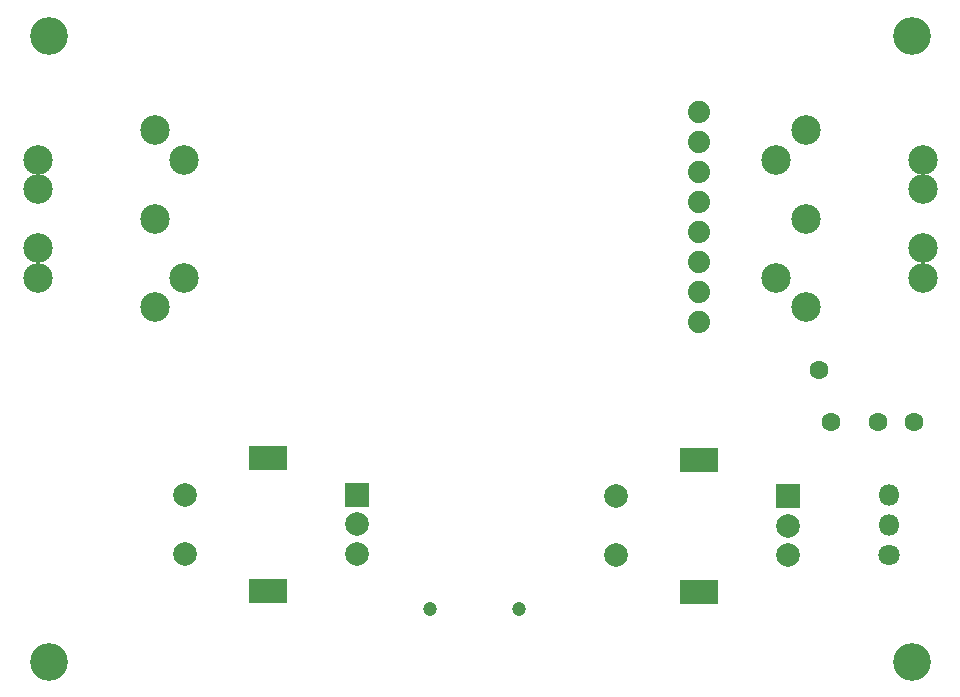
<source format=gbr>
%TF.GenerationSoftware,KiCad,Pcbnew,8.0.4*%
%TF.CreationDate,2024-11-03T15:16:32+00:00*%
%TF.ProjectId,MKRZero_V5.0,4d4b525a-6572-46f5-9f56-352e302e6b69,rev?*%
%TF.SameCoordinates,Original*%
%TF.FileFunction,Soldermask,Bot*%
%TF.FilePolarity,Negative*%
%FSLAX46Y46*%
G04 Gerber Fmt 4.6, Leading zero omitted, Abs format (unit mm)*
G04 Created by KiCad (PCBNEW 8.0.4) date 2024-11-03 15:16:32*
%MOMM*%
%LPD*%
G01*
G04 APERTURE LIST*
%ADD10C,3.200000*%
%ADD11C,1.600000*%
%ADD12O,1.800000X1.800000*%
%ADD13C,1.800000*%
%ADD14C,1.200000*%
%ADD15C,2.500000*%
%ADD16C,1.879600*%
%ADD17R,2.000000X2.000000*%
%ADD18C,2.000000*%
%ADD19R,3.200000X2.000000*%
G04 APERTURE END LIST*
D10*
%TO.C,H2*%
X76500000Y-3500000D03*
%TD*%
%TO.C,H3*%
X76500000Y-56500000D03*
%TD*%
D11*
%TO.C,J8*%
X68677000Y-31836000D03*
X69677000Y-36236000D03*
X73677000Y-36236000D03*
X76677000Y-36236000D03*
%TD*%
D12*
%TO.C,J7*%
X74549000Y-42418000D03*
X74549000Y-44958000D03*
D13*
X74549000Y-47498000D03*
%TD*%
D10*
%TO.C,H1*%
X3500000Y-3500000D03*
%TD*%
D14*
%TO.C,IC2*%
X43224000Y-52070000D03*
X35724000Y-52070000D03*
%TD*%
D15*
%TO.C,JMIDIOUT1*%
X67520000Y-11500000D03*
X67520000Y-19000000D03*
X67520000Y-26500000D03*
X65020000Y-14000000D03*
X65020000Y-24000000D03*
X77420000Y-14000000D03*
X77420000Y-16500000D03*
X77420000Y-21500000D03*
X77420000Y-24000000D03*
%TD*%
%TO.C,JMIDIIN1*%
X12400000Y-26500000D03*
X12400000Y-19000000D03*
X12400000Y-11500000D03*
X14900000Y-24000000D03*
X14900000Y-14000000D03*
X2500000Y-24000000D03*
X2500000Y-21500000D03*
X2500000Y-16500000D03*
X2500000Y-14000000D03*
%TD*%
D10*
%TO.C,H4*%
X3500000Y-56500000D03*
%TD*%
D16*
%TO.C,J6*%
X58460000Y-27740000D03*
X58460000Y-25200000D03*
X58460000Y-22660000D03*
X58460000Y-20120000D03*
X58460000Y-17580000D03*
X58460000Y-15040000D03*
X58460000Y-12500000D03*
X58460000Y-9960000D03*
%TD*%
D17*
%TO.C,SW1*%
X29500000Y-42400000D03*
D18*
X29500000Y-47400000D03*
X29500000Y-44900000D03*
D19*
X22000000Y-50500000D03*
X22000000Y-39300000D03*
D18*
X15000000Y-47400000D03*
X15000000Y-42400000D03*
%TD*%
D17*
%TO.C,SW2*%
X66000000Y-42500000D03*
D18*
X66000000Y-47500000D03*
X66000000Y-45000000D03*
D19*
X58500000Y-50600000D03*
X58500000Y-39400000D03*
D18*
X51500000Y-47500000D03*
X51500000Y-42500000D03*
%TD*%
M02*

</source>
